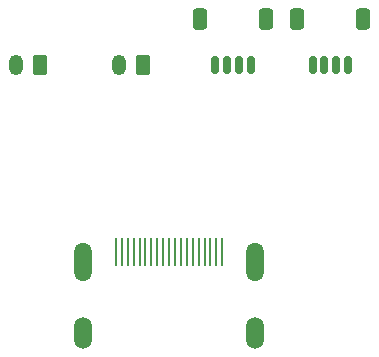
<source format=gbr>
%TF.GenerationSoftware,KiCad,Pcbnew,(6.0.5)*%
%TF.CreationDate,2022-06-07T12:38:57-06:00*%
%TF.ProjectId,21Pin_Fanout,32315069-6e5f-4466-916e-6f75742e6b69,rev?*%
%TF.SameCoordinates,Original*%
%TF.FileFunction,Soldermask,Top*%
%TF.FilePolarity,Negative*%
%FSLAX46Y46*%
G04 Gerber Fmt 4.6, Leading zero omitted, Abs format (unit mm)*
G04 Created by KiCad (PCBNEW (6.0.5)) date 2022-06-07 12:38:57*
%MOMM*%
%LPD*%
G01*
G04 APERTURE LIST*
G04 Aperture macros list*
%AMRoundRect*
0 Rectangle with rounded corners*
0 $1 Rounding radius*
0 $2 $3 $4 $5 $6 $7 $8 $9 X,Y pos of 4 corners*
0 Add a 4 corners polygon primitive as box body*
4,1,4,$2,$3,$4,$5,$6,$7,$8,$9,$2,$3,0*
0 Add four circle primitives for the rounded corners*
1,1,$1+$1,$2,$3*
1,1,$1+$1,$4,$5*
1,1,$1+$1,$6,$7*
1,1,$1+$1,$8,$9*
0 Add four rect primitives between the rounded corners*
20,1,$1+$1,$2,$3,$4,$5,0*
20,1,$1+$1,$4,$5,$6,$7,0*
20,1,$1+$1,$6,$7,$8,$9,0*
20,1,$1+$1,$8,$9,$2,$3,0*%
G04 Aperture macros list end*
%ADD10RoundRect,0.150000X0.150000X0.625000X-0.150000X0.625000X-0.150000X-0.625000X0.150000X-0.625000X0*%
%ADD11RoundRect,0.250000X0.350000X0.650000X-0.350000X0.650000X-0.350000X-0.650000X0.350000X-0.650000X0*%
%ADD12RoundRect,0.250000X0.350000X0.625000X-0.350000X0.625000X-0.350000X-0.625000X0.350000X-0.625000X0*%
%ADD13O,1.200000X1.750000*%
%ADD14O,0.250000X2.400000*%
%ADD15O,1.500000X2.700000*%
%ADD16O,1.500000X3.300000*%
G04 APERTURE END LIST*
D10*
%TO.C,J6*%
X15150000Y19250000D03*
X14150000Y19250000D03*
X13150000Y19250000D03*
X12150000Y19250000D03*
D11*
X16450000Y23125000D03*
X10850000Y23125000D03*
%TD*%
D12*
%TO.C,J3*%
X-10950000Y19250000D03*
D13*
X-12950000Y19250000D03*
%TD*%
D12*
%TO.C,J2*%
X-2250000Y19250000D03*
D13*
X-4250000Y19250000D03*
%TD*%
D10*
%TO.C,J7*%
X6900000Y19250000D03*
X5900000Y19250000D03*
X4900000Y19250000D03*
X3900000Y19250000D03*
D11*
X8200000Y23125000D03*
X2600000Y23125000D03*
%TD*%
D14*
%TO.C,J1*%
X4501000Y3396000D03*
X4001000Y3396000D03*
X3501000Y3396000D03*
X3001000Y3396000D03*
X2500000Y3396000D03*
X2000000Y3396000D03*
X1500000Y3396000D03*
X1000000Y3396000D03*
X500000Y3396000D03*
X0Y3396000D03*
X-500000Y3396000D03*
X-1000000Y3396000D03*
X-1500000Y3396000D03*
X-2000000Y3396000D03*
X-2500000Y3396000D03*
X-3001000Y3396000D03*
X-3501000Y3396000D03*
X-4001000Y3396000D03*
X-4501000Y3396000D03*
D15*
X7250000Y-3396000D03*
X-7250000Y-3396000D03*
D16*
X7250000Y2564000D03*
X-7250000Y2564000D03*
%TD*%
M02*

</source>
